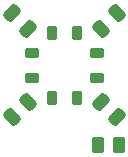
<source format=gbr>
%TF.GenerationSoftware,KiCad,Pcbnew,7.0.5+dfsg-2*%
%TF.CreationDate,2023-08-15T21:55:21+02:00*%
%TF.ProjectId,022-lumped-quadrature-coupler,3032322d-6c75-46d7-9065-642d71756164,1*%
%TF.SameCoordinates,Original*%
%TF.FileFunction,Paste,Top*%
%TF.FilePolarity,Positive*%
%FSLAX46Y46*%
G04 Gerber Fmt 4.6, Leading zero omitted, Abs format (unit mm)*
G04 Created by KiCad (PCBNEW 7.0.5+dfsg-2) date 2023-08-15 21:55:21*
%MOMM*%
%LPD*%
G01*
G04 APERTURE LIST*
G04 Aperture macros list*
%AMRoundRect*
0 Rectangle with rounded corners*
0 $1 Rounding radius*
0 $2 $3 $4 $5 $6 $7 $8 $9 X,Y pos of 4 corners*
0 Add a 4 corners polygon primitive as box body*
4,1,4,$2,$3,$4,$5,$6,$7,$8,$9,$2,$3,0*
0 Add four circle primitives for the rounded corners*
1,1,$1+$1,$2,$3*
1,1,$1+$1,$4,$5*
1,1,$1+$1,$6,$7*
1,1,$1+$1,$8,$9*
0 Add four rect primitives between the rounded corners*
20,1,$1+$1,$2,$3,$4,$5,0*
20,1,$1+$1,$4,$5,$6,$7,0*
20,1,$1+$1,$6,$7,$8,$9,0*
20,1,$1+$1,$8,$9,$2,$3,0*%
G04 Aperture macros list end*
%ADD10RoundRect,0.250000X0.262500X0.450000X-0.262500X0.450000X-0.262500X-0.450000X0.262500X-0.450000X0*%
%ADD11RoundRect,0.218750X0.381250X-0.218750X0.381250X0.218750X-0.381250X0.218750X-0.381250X-0.218750X0*%
%ADD12RoundRect,0.218750X-0.218750X-0.381250X0.218750X-0.381250X0.218750X0.381250X-0.218750X0.381250X0*%
%ADD13RoundRect,0.250000X0.159099X-0.512652X0.512652X-0.159099X-0.159099X0.512652X-0.512652X0.159099X0*%
%ADD14RoundRect,0.250000X-0.512652X-0.159099X-0.159099X-0.512652X0.512652X0.159099X0.159099X0.512652X0*%
G04 APERTURE END LIST*
D10*
%TO.C,R1*%
X152162500Y-83000000D03*
X150337500Y-83000000D03*
%TD*%
D11*
%TO.C,L4*%
X150250000Y-77312500D03*
X150250000Y-75187500D03*
%TD*%
%TO.C,L3*%
X144750000Y-75187500D03*
X144750000Y-77312500D03*
%TD*%
D12*
%TO.C,L2*%
X146437500Y-73500000D03*
X148562500Y-73500000D03*
%TD*%
%TO.C,L1*%
X146437500Y-79000000D03*
X148562500Y-79000000D03*
%TD*%
D13*
%TO.C,C4*%
X143078249Y-80671751D03*
X144421751Y-79328249D03*
%TD*%
D14*
%TO.C,C3*%
X143078249Y-71828249D03*
X144421751Y-73171751D03*
%TD*%
D13*
%TO.C,C2*%
X150578249Y-73171751D03*
X151921751Y-71828249D03*
%TD*%
D14*
%TO.C,C1*%
X150578249Y-79328249D03*
X151921751Y-80671751D03*
%TD*%
M02*

</source>
